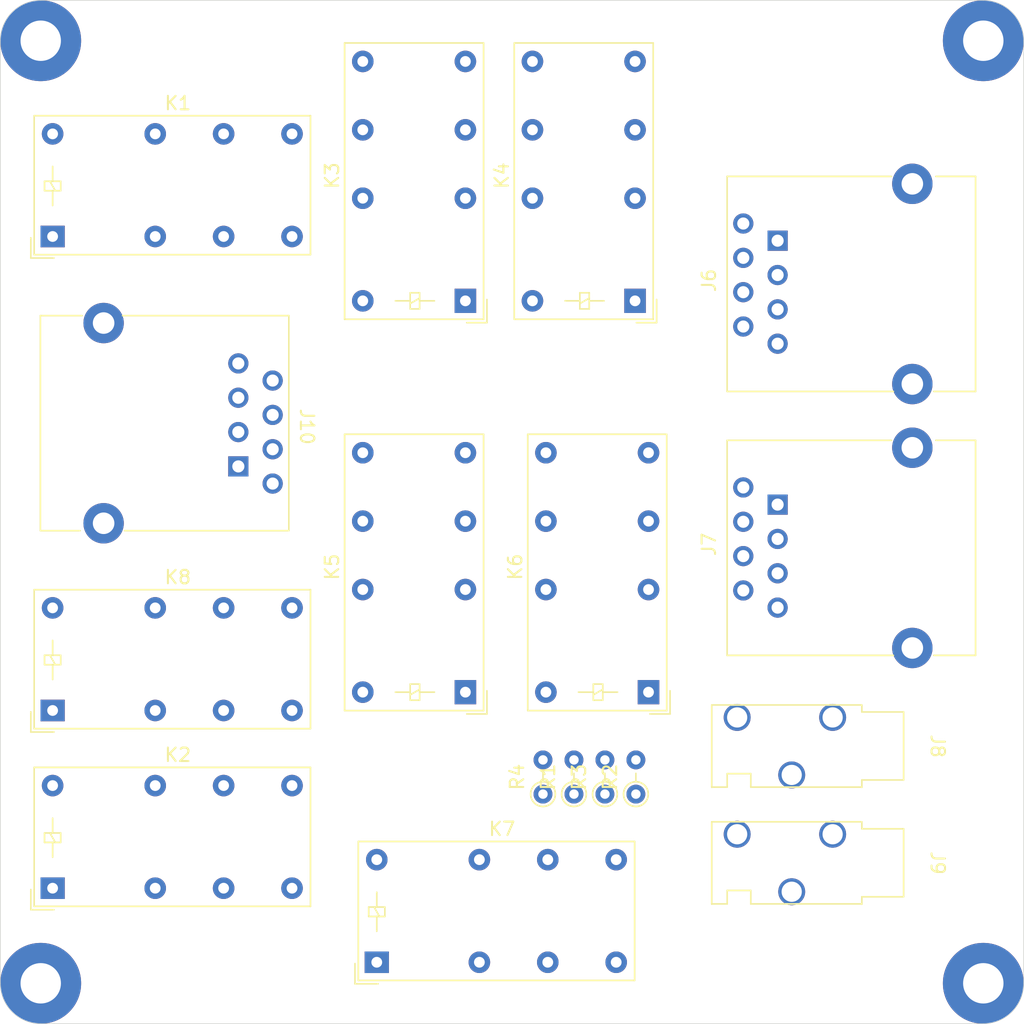
<source format=kicad_pcb>
(kicad_pcb (version 20211014) (generator pcbnew)
  (layers (0 "F.Cu" signal) (31 "B.Cu" signal) (34 "B.Paste" user) (35 "F.Paste" user) (36 "B.SilkS" user "B.Silkscreen") (37 "F.SilkS" user "F.Silkscreen") (38 "B.Mask" user) (39 "F.Mask" user) (44 "Edge.Cuts" user))
  (net 0 "")
  (footprint "libraries:Mystery_3.5mm" (layer "F.Cu") (at 163.76125 115.99 -90)
    (fp_text reference "J8" (at 0 -7.55 -90 unlocked) (layer "F.SilkS"))
    (fp_text value "D-700 EXT.SP 1")
    (fp_line (start -3.04 -1.92) (end -2.54 -1.92) (layer "F.SilkS") (width 0.12))
    (fp_line (start -2.54 -5.02) (end 2.51 -5.02) (layer "F.SilkS") (width 0.12))
    (fp_line (start -2.54 -1.92) (end -2.54 -5.02) (layer "F.SilkS") (width 0.12))
    (fp_line (start 3.04 6.33) (end 3.04 -1.92) (layer "F.SilkS") (width 0.12))
    (fp_line (start 3.04 9.23) (end 3.04 8.08) (layer "F.SilkS") (width 0.12))
    (fp_line (start 3.04 8.08) (end 2.04 8.08) (layer "F.SilkS") (width 0.12))
    (fp_line (start -3.06 -1.92) (end -3.06 9.23) (layer "F.SilkS") (width 0.12))
    (fp_line (start 2.51 -5.02) (end 2.51 -1.92) (layer "F.SilkS") (width 0.12))
    (fp_line (start 2.04 6.33) (end 3.04 6.33) (layer "F.SilkS") (width 0.12))
    (fp_line (start 2.04 8.08) (end 2.04 6.33) (layer "F.SilkS") (width 0.12))
    (fp_line (start 2.51 -1.92) (end 3.06 -1.92) (layer "F.SilkS") (width 0.12))
    (fp_line (start 3.06 9.23) (end -3.04 9.23) (layer "F.SilkS") (width 0.12))
    (pad "" np_thru_hole circle (at 0 0 270) (size 0.7 0.7) (drill 0.7) (layers F&B.Cu *.Mask))
    (pad "" np_thru_hole circle (at 0 5.79 270) (size 0.7 0.7) (drill 0.7) (layers F&B.Cu *.Mask))
    (pad "R" thru_hole circle (at 2.135 3.29 270) (size 2 2) (drill 1.5) (layers *.Cu *.Mask))
    (pad "S" thru_hole circle (at -2.135 0.25 270) (size 2 2) (drill 1.5) (layers *.Cu *.Mask))
    (pad "T" thru_hole circle (at -2.135 7.34 270) (size 2 2) (drill 1.5) (layers *.Cu *.Mask))
  )
  (footprint "libraries:Mystery_RJ45" (layer "F.Cu") (at 159.425 98.1 90)
    (fp_text reference "J7" (at -2.9 -5.1 90 unlocked) (layer "F.SilkS"))
    (fp_text value "TS-480 MIC")
    (fp_line (start -11.147 14.7) (end -11.147 11.6) (layer "F.SilkS") (width 0.12))
    (fp_line (start -11.147 -3.75) (end -11.147 8.6) (layer "F.SilkS") (width 0.12))
    (fp_line (start 4.823 -3.75) (end 4.823 8.45) (layer "F.SilkS") (width 0.12))
    (fp_line (start 4.823 14.7) (end 4.823 11.75) (layer "F.SilkS") (width 0.12))
    (fp_line (start 4.823 14.7) (end -11.147 14.7) (layer "F.SilkS") (width 0.12))
    (fp_line (start 4.823 -3.75) (end -11.147 -3.75) (layer "F.SilkS") (width 0.12))
    (pad "" np_thru_hole circle (at -8.692 7.27 90) (size 3.25 3.25) (drill 3.25) (layers F&B.Cu *.Mask))
    (pad "" np_thru_hole circle (at 2.368 7.27 90) (size 3.25 3.25) (drill 3.25) (layers F&B.Cu *.Mask))
    (pad "1" thru_hole rect (at 0.05 0 90) (size 1.5 1.5) (drill 0.9) (layers *.Cu *.Mask))
    (pad "2" thru_hole circle (at 1.325 -2.55 90) (size 1.5 1.5) (drill 0.9) (layers *.Cu *.Mask))
    (pad "3" thru_hole circle (at -2.5 0 90) (size 1.5 1.5) (drill 0.9) (layers *.Cu *.Mask))
    (pad "4" thru_hole circle (at -1.225 -2.55 90) (size 1.5 1.5) (drill 0.9) (layers *.Cu *.Mask))
    (pad "5" thru_hole circle (at -5.05 0 90) (size 1.5 1.5) (drill 0.9) (layers *.Cu *.Mask))
    (pad "6" thru_hole circle (at -3.775 -2.55 90) (size 1.5 1.5) (drill 0.9) (layers *.Cu *.Mask))
    (pad "7" thru_hole circle (at -7.6 0 90) (size 1.5 1.5) (drill 0.9) (layers *.Cu *.Mask))
    (pad "8" thru_hole circle (at -6.325 -2.55 90) (size 1.5 1.5) (drill 0.9) (layers *.Cu *.Mask))
    (pad "SH" thru_hole circle (at 4.273 10.005 90) (size 3 3) (drill 1.6) (layers *.Cu *.Mask))
    (pad "SH" thru_hole circle (at -10.597 10.005 90) (size 3 3) (drill 1.6) (layers *.Cu *.Mask))
  )
  (footprint "Relay_THT:Relay_DPDT_Finder_30.22" (layer "F.Cu") (at 136.2375 82.9175 90)
    (fp_text reference "K3" (at 9.3 -9.9 90) (layer "F.SilkS"))
    (fp_text value "FINDER-40.52")
    (fp_line (start -1.37 -8.97) (end 19.15 -8.97) (layer "F.SilkS") (width 0.12))
    (fp_line (start 0.6 -3.4) (end 0.6 -4.1) (layer "F.SilkS") (width 0.12))
    (fp_line (start -1.37 1.35) (end -1.37 -8.97) (layer "F.SilkS") (width 0.12))
    (fp_line (start 0.1 1.6) (end -1.62 1.6) (layer "F.SilkS") (width 0.12))
    (fp_line (start -0.6 -3.4) (end 0.6 -3.4) (layer "F.SilkS") (width 0.12))
    (fp_line (start 0.2 -3.4) (end -0.2 -4.1) (layer "F.SilkS") (width 0.12))
    (fp_line (start 19.15 1.35) (end -1.37 1.35) (layer "F.SilkS") (width 0.12))
    (fp_line (start -1.62 1.6) (end -1.62 0.1) (layer "F.SilkS") (width 0.12))
    (fp_line (start 19.15 -8.97) (end 19.15 1.35) (layer "F.SilkS") (width 0.12))
    (fp_line (start 0 -3.4) (end 0 -2.3) (layer "F.SilkS") (width 0.12))
    (fp_line (start -0.6 -4.1) (end -0.6 -3.4) (layer "F.SilkS") (width 0.12))
    (fp_line (start 0 -4.1) (end 0 -5.2) (layer "F.SilkS") (width 0.12))
    (fp_line (start 0.6 -4.1) (end -0.6 -4.1) (layer "F.SilkS") (width 0.12))
    (pad "11" thru_hole circle (at 7.62 0 180) (size 1.6 1.6) (drill 0.8) (layers *.Cu *.Mask))
    (pad "12" thru_hole circle (at 12.7 0 180) (size 1.6 1.6) (drill 0.8) (layers *.Cu *.Mask))
    (pad "14" thru_hole circle (at 17.78 0 180) (size 1.6 1.6) (drill 0.8) (layers *.Cu *.Mask))
    (pad "21" thru_hole circle (at 7.62 -7.62 180) (size 1.6 1.6) (drill 0.8) (layers *.Cu *.Mask))
    (pad "22" thru_hole circle (at 12.7 -7.62 180) (size 1.6 1.6) (drill 0.8) (layers *.Cu *.Mask))
    (pad "24" thru_hole circle (at 17.78 -7.62 270) (size 1.6 1.6) (drill 0.8) (layers *.Cu *.Mask))
    (pad "A1" thru_hole rect (at 0 0 180) (size 1.6 1.8) (drill 0.8) (layers *.Cu *.Mask))
    (pad "A2" thru_hole circle (at 0 -7.62 180) (size 1.6 1.6) (drill 0.8) (layers *.Cu *.Mask))
  )
  (footprint "Resistor_THT:R_Axial_DIN0204_L3.6mm_D1.6mm_P2.54mm_Vertical" (layer "F.Cu") (at 148.9 119.550119 90)
    (fp_text reference "R2" (at 1.27 -1.92 90) (layer "F.SilkS"))
    (fp_text value "3.9Ohm")
    (fp_line (start 0.92 0) (end 1.54 0) (layer "F.SilkS") (width 0.12))
    (fp_circle (center 0 0) (end 0.92 0) (layer "F.SilkS") (width 0.12) (fill none))
    (pad "1" thru_hole circle (at 0 0 90) (size 1.4 1.4) (drill 0.7) (layers *.Cu *.Mask))
    (pad "2" thru_hole oval (at 2.54 0 90) (size 1.4 1.4) (drill 0.7) (layers *.Cu *.Mask))
  )
  (footprint "libraries:Mystery_RJ45" (layer "F.Cu") (at 119.375 95.163 -90)
    (fp_text reference "J10" (at -2.9 -5.1 -90 unlocked) (layer "F.SilkS"))
    (fp_text value "External MIC IN")
    (fp_line (start 4.823 14.7) (end 4.823 11.75) (layer "F.SilkS") (width 0.12))
    (fp_line (start -11.147 14.7) (end -11.147 11.6) (layer "F.SilkS") (width 0.12))
    (fp_line (start 4.823 14.7) (end -11.147 14.7) (layer "F.SilkS") (width 0.12))
    (fp_line (start -11.147 -3.75) (end -11.147 8.6) (layer "F.SilkS") (width 0.12))
    (fp_line (start 4.823 -3.75) (end 4.823 8.45) (layer "F.SilkS") (width 0.12))
    (fp_line (start 4.823 -3.75) (end -11.147 -3.75) (layer "F.SilkS") (width 0.12))
    (pad "" np_thru_hole circle (at 2.368 7.27 270) (size 3.25 3.25) (drill 3.25) (layers F&B.Cu *.Mask))
    (pad "" np_thru_hole circle (at -8.692 7.27 270) (size 3.25 3.25) (drill 3.25) (layers F&B.Cu *.Mask))
    (pad "1" thru_hole rect (at 0.05 0 270) (size 1.5 1.5) (drill 0.9) (layers *.Cu *.Mask))
    (pad "2" thru_hole circle (at 1.325 -2.55 270) (size 1.5 1.5) (drill 0.9) (layers *.Cu *.Mask))
    (pad "3" thru_hole circle (at -2.5 0 270) (size 1.5 1.5) (drill 0.9) (layers *.Cu *.Mask))
    (pad "4" thru_hole circle (at -1.225 -2.55 270) (size 1.5 1.5) (drill 0.9) (layers *.Cu *.Mask))
    (pad "5" thru_hole circle (at -5.05 0 270) (size 1.5 1.5) (drill 0.9) (layers *.Cu *.Mask))
    (pad "6" thru_hole circle (at -3.775 -2.55 270) (size 1.5 1.5) (drill 0.9) (layers *.Cu *.Mask))
    (pad "7" thru_hole circle (at -7.6 0 270) (size 1.5 1.5) (drill 0.9) (layers *.Cu *.Mask))
    (pad "8" thru_hole circle (at -6.325 -2.55 270) (size 1.5 1.5) (drill 0.9) (layers *.Cu *.Mask))
    (pad "SH" thru_hole circle (at 4.273 10.005 270) (size 3 3) (drill 1.6) (layers *.Cu *.Mask))
    (pad "SH" thru_hole circle (at -10.597 10.005 270) (size 3 3) (drill 1.6) (layers *.Cu *.Mask))
  )
  (footprint "Resistor_THT:R_Axial_DIN0204_L3.6mm_D1.6mm_P2.54mm_Vertical" (layer "F.Cu") (at 144.3 119.550119 90)
    (fp_text reference "R1" (at 1.27 -1.92 90) (layer "F.SilkS"))
    (fp_text value "3.9Ohm")
    (fp_line (start 0.92 0) (end 1.54 0) (layer "F.SilkS") (width 0.12))
    (fp_circle (center 0 0) (end 0.92 0) (layer "F.SilkS") (width 0.12) (fill none))
    (pad "1" thru_hole circle (at 0 0 90) (size 1.4 1.4) (drill 0.7) (layers *.Cu *.Mask))
    (pad "2" thru_hole oval (at 2.54 0 90) (size 1.4 1.4) (drill 0.7) (layers *.Cu *.Mask))
  )
  (footprint "Resistor_THT:R_Axial_DIN0204_L3.6mm_D1.6mm_P2.54mm_Vertical" (layer "F.Cu") (at 146.6 119.550119 90)
    (fp_text reference "R3" (at 1.27 -1.92 90) (layer "F.SilkS"))
    (fp_text value "470Ohm")
    (fp_line (start 0.92 0) (end 1.54 0) (layer "F.SilkS") (width 0.12))
    (fp_circle (center 0 0) (end 0.92 0) (layer "F.SilkS") (width 0.12) (fill none))
    (pad "1" thru_hole circle (at 0 0 90) (size 1.4 1.4) (drill 0.7) (layers *.Cu *.Mask))
    (pad "2" thru_hole oval (at 2.54 0 90) (size 1.4 1.4) (drill 0.7) (layers *.Cu *.Mask))
  )
  (footprint "Relay_THT:Relay_DPDT_Finder_30.22" (layer "F.Cu") (at 149.8375 111.977738 90)
    (fp_text reference "K6" (at 9.3 -9.9 90) (layer "F.SilkS"))
    (fp_text value "FINDER-40.52")
    (fp_line (start -0.6 -3.4) (end 0.6 -3.4) (layer "F.SilkS") (width 0.12))
    (fp_line (start 0.1 1.6) (end -1.62 1.6) (layer "F.SilkS") (width 0.12))
    (fp_line (start 19.15 1.35) (end -1.37 1.35) (layer "F.SilkS") (width 0.12))
    (fp_line (start 0.6 -4.1) (end -0.6 -4.1) (layer "F.SilkS") (width 0.12))
    (fp_line (start 0.2 -3.4) (end -0.2 -4.1) (layer "F.SilkS") (width 0.12))
    (fp_line (start -0.6 -4.1) (end -0.6 -3.4) (layer "F.SilkS") (width 0.12))
    (fp_line (start -1.62 1.6) (end -1.62 0.1) (layer "F.SilkS") (width 0.12))
    (fp_line (start 0 -3.4) (end 0 -2.3) (layer "F.SilkS") (width 0.12))
    (fp_line (start -1.37 1.35) (end -1.37 -8.97) (layer "F.SilkS") (width 0.12))
    (fp_line (start -1.37 -8.97) (end 19.15 -8.97) (layer "F.SilkS") (width 0.12))
    (fp_line (start 0.6 -3.4) (end 0.6 -4.1) (layer "F.SilkS") (width 0.12))
    (fp_line (start 19.15 -8.97) (end 19.15 1.35) (layer "F.SilkS") (width 0.12))
    (fp_line (start 0 -4.1) (end 0 -5.2) (layer "F.SilkS") (width 0.12))
    (pad "11" thru_hole circle (at 7.62 0 180) (size 1.6 1.6) (drill 0.8) (layers *.Cu *.Mask))
    (pad "12" thru_hole circle (at 12.7 0 180) (size 1.6 1.6) (drill 0.8) (layers *.Cu *.Mask))
    (pad "14" thru_hole circle (at 17.78 0 180) (size 1.6 1.6) (drill 0.8) (layers *.Cu *.Mask))
    (pad "21" thru_hole circle (at 7.62 -7.62 180) (size 1.6 1.6) (drill 0.8) (layers *.Cu *.Mask))
    (pad "22" thru_hole circle (at 12.7 -7.62 180) (size 1.6 1.6) (drill 0.8) (layers *.Cu *.Mask))
    (pad "24" thru_hole circle (at 17.78 -7.62 270) (size 1.6 1.6) (drill 0.8) (layers *.Cu *.Mask))
    (pad "A1" thru_hole rect (at 0 0 180) (size 1.6 1.8) (drill 0.8) (layers *.Cu *.Mask))
    (pad "A2" thru_hole circle (at 0 -7.62 180) (size 1.6 1.6) (drill 0.8) (layers *.Cu *.Mask))
  )
  (footprint "Relay_THT:Relay_DPDT_Finder_30.22" (layer "F.Cu") (at 129.65625 132.0375)
    (fp_text reference "K7" (at 9.3 -9.9) (layer "F.SilkS"))
    (fp_text value "FINDER-40.52")
    (fp_line (start 19.15 1.35) (end -1.37 1.35) (layer "F.SilkS") (width 0.12))
    (fp_line (start 0.6 -4.1) (end -0.6 -4.1) (layer "F.SilkS") (width 0.12))
    (fp_line (start 0.2 -3.4) (end -0.2 -4.1) (layer "F.SilkS") (width 0.12))
    (fp_line (start -1.62 1.6) (end -1.62 0.1) (layer "F.SilkS") (width 0.12))
    (fp_line (start 0.1 1.6) (end -1.62 1.6) (layer "F.SilkS") (width 0.12))
    (fp_line (start -0.6 -4.1) (end -0.6 -3.4) (layer "F.SilkS") (width 0.12))
    (fp_line (start 0 -3.4) (end 0 -2.3) (layer "F.SilkS") (width 0.12))
    (fp_line (start 19.15 -8.97) (end 19.15 1.35) (layer "F.SilkS") (width 0.12))
    (fp_line (start -1.37 -8.97) (end 19.15 -8.97) (layer "F.SilkS") (width 0.12))
    (fp_line (start -0.6 -3.4) (end 0.6 -3.4) (layer "F.SilkS") (width 0.12))
    (fp_line (start 0.6 -3.4) (end 0.6 -4.1) (layer "F.SilkS") (width 0.12))
    (fp_line (start 0 -4.1) (end 0 -5.2) (layer "F.SilkS") (width 0.12))
    (fp_line (start -1.37 1.35) (end -1.37 -8.97) (layer "F.SilkS") (width 0.12))
    (pad "11" thru_hole circle (at 7.62 0 90) (size 1.6 1.6) (drill 0.8) (layers *.Cu *.Mask))
    (pad "12" thru_hole circle (at 12.7 0 90) (size 1.6 1.6) (drill 0.8) (layers *.Cu *.Mask))
    (pad "14" thru_hole circle (at 17.78 0 90) (size 1.6 1.6) (drill 0.8) (layers *.Cu *.Mask))
    (pad "21" thru_hole circle (at 7.62 -7.62 90) (size 1.6 1.6) (drill 0.8) (layers *.Cu *.Mask))
    (pad "22" thru_hole circle (at 12.7 -7.62 90) (size 1.6 1.6) (drill 0.8) (layers *.Cu *.Mask))
    (pad "24" thru_hole circle (at 17.78 -7.62 180) (size 1.6 1.6) (drill 0.8) (layers *.Cu *.Mask))
    (pad "A1" thru_hole rect (at 0 0 90) (size 1.6 1.8) (drill 0.8) (layers *.Cu *.Mask))
    (pad "A2" thru_hole circle (at 0 -7.62 90) (size 1.6 1.6) (drill 0.8) (layers *.Cu *.Mask))
  )
  (footprint "Resistor_THT:R_Axial_DIN0204_L3.6mm_D1.6mm_P2.54mm_Vertical" (layer "F.Cu") (at 142 119.550119 90)
    (fp_text reference "R4" (at 1.27 -1.92 90) (layer "F.SilkS"))
    (fp_text value "470Ohm")
    (fp_line (start 0.92 0) (end 1.54 0) (layer "F.SilkS") (width 0.12))
    (fp_circle (center 0 0) (end 0.92 0) (layer "F.SilkS") (width 0.12) (fill none))
    (pad "1" thru_hole circle (at 0 0 90) (size 1.4 1.4) (drill 0.7) (layers *.Cu *.Mask))
    (pad "2" thru_hole oval (at 2.54 0 90) (size 1.4 1.4) (drill 0.7) (layers *.Cu *.Mask))
  )
  (footprint "Relay_THT:Relay_DPDT_Finder_30.22" (layer "F.Cu") (at 148.8375 82.9175 90)
    (fp_text reference "K4" (at 9.3 -9.9 90) (layer "F.SilkS"))
    (fp_text value "FINDER-40.52")
    (fp_line (start 0.2 -3.4) (end -0.2 -4.1) (layer "F.SilkS") (width 0.12))
    (fp_line (start 0 -4.1) (end 0 -5.2) (layer "F.SilkS") (width 0.12))
    (fp_line (start 19.15 -8.97) (end 19.15 1.35) (layer "F.SilkS") (width 0.12))
    (fp_line (start 0.6 -4.1) (end -0.6 -4.1) (layer "F.SilkS") (width 0.12))
    (fp_line (start -1.37 1.35) (end -1.37 -8.97) (layer "F.SilkS") (width 0.12))
    (fp_line (start -0.6 -3.4) (end 0.6 -3.4) (layer "F.SilkS") (width 0.12))
    (fp_line (start 0 -3.4) (end 0 -2.3) (layer "F.SilkS") (width 0.12))
    (fp_line (start 19.15 1.35) (end -1.37 1.35) (layer "F.SilkS") (width 0.12))
    (fp_line (start -0.6 -4.1) (end -0.6 -3.4) (layer "F.SilkS") (width 0.12))
    (fp_line (start -1.62 1.6) (end -1.62 0.1) (layer "F.SilkS") (width 0.12))
    (fp_line (start 0.1 1.6) (end -1.62 1.6) (layer "F.SilkS") (width 0.12))
    (fp_line (start 0.6 -3.4) (end 0.6 -4.1) (layer "F.SilkS") (width 0.12))
    (fp_line (start -1.37 -8.97) (end 19.15 -8.97) (layer "F.SilkS") (width 0.12))
    (pad "11" thru_hole circle (at 7.62 0 180) (size 1.6 1.6) (drill 0.8) (layers *.Cu *.Mask))
    (pad "12" thru_hole circle (at 12.7 0 180) (size 1.6 1.6) (drill 0.8) (layers *.Cu *.Mask))
    (pad "14" thru_hole circle (at 17.78 0 180) (size 1.6 1.6) (drill 0.8) (layers *.Cu *.Mask))
    (pad "21" thru_hole circle (at 7.62 -7.62 180) (size 1.6 1.6) (drill 0.8) (layers *.Cu *.Mask))
    (pad "22" thru_hole circle (at 12.7 -7.62 180) (size 1.6 1.6) (drill 0.8) (layers *.Cu *.Mask))
    (pad "24" thru_hole circle (at 17.78 -7.62 270) (size 1.6 1.6) (drill 0.8) (layers *.Cu *.Mask))
    (pad "A1" thru_hole rect (at 0 0 180) (size 1.6 1.8) (drill 0.8) (layers *.Cu *.Mask))
    (pad "A2" thru_hole circle (at 0 -7.62 180) (size 1.6 1.6) (drill 0.8) (layers *.Cu *.Mask))
  )
  (footprint "Relay_THT:Relay_DPDT_Finder_30.22" (layer "F.Cu") (at 105.5825 113.339)
    (fp_text reference "K8" (at 9.3 -9.9) (layer "F.SilkS"))
    (fp_text value "FINDER-40.52")
    (fp_line (start 0.6 -3.4) (end 0.6 -4.1) (layer "F.SilkS") (width 0.12))
    (fp_line (start -1.37 -8.97) (end 19.15 -8.97) (layer "F.SilkS") (width 0.12))
    (fp_line (start 0.6 -4.1) (end -0.6 -4.1) (layer "F.SilkS") (width 0.12))
    (fp_line (start 0.1 1.6) (end -1.62 1.6) (layer "F.SilkS") (width 0.12))
    (fp_line (start 19.15 1.35) (end -1.37 1.35) (layer "F.SilkS") (width 0.12))
    (fp_line (start 0 -4.1) (end 0 -5.2) (layer "F.SilkS") (width 0.12))
    (fp_line (start 0.2 -3.4) (end -0.2 -4.1) (layer "F.SilkS") (width 0.12))
    (fp_line (start -1.37 1.35) (end -1.37 -8.97) (layer "F.SilkS") (width 0.12))
    (fp_line (start 19.15 -8.97) (end 19.15 1.35) (layer "F.SilkS") (width 0.12))
    (fp_line (start 0 -3.4) (end 0 -2.3) (layer "F.SilkS") (width 0.12))
    (fp_line (start -0.6 -3.4) (end 0.6 -3.4) (layer "F.SilkS") (width 0.12))
    (fp_line (start -0.6 -4.1) (end -0.6 -3.4) (layer "F.SilkS") (width 0.12))
    (fp_line (start -1.62 1.6) (end -1.62 0.1) (layer "F.SilkS") (width 0.12))
    (pad "11" thru_hole circle (at 7.62 0 90) (size 1.6 1.6) (drill 0.8) (layers *.Cu *.Mask))
    (pad "12" thru_hole circle (at 12.7 0 90) (size 1.6 1.6) (drill 0.8) (layers *.Cu *.Mask))
    (pad "14" thru_hole circle (at 17.78 0 90) (size 1.6 1.6) (drill 0.8) (layers *.Cu *.Mask))
    (pad "21" thru_hole circle (at 7.62 -7.62 90) (size 1.6 1.6) (drill 0.8) (layers *.Cu *.Mask))
    (pad "22" thru_hole circle (at 12.7 -7.62 90) (size 1.6 1.6) (drill 0.8) (layers *.Cu *.Mask))
    (pad "24" thru_hole circle (at 17.78 -7.62 180) (size 1.6 1.6) (drill 0.8) (layers *.Cu *.Mask))
    (pad "A1" thru_hole rect (at 0 0 90) (size 1.6 1.8) (drill 0.8) (layers *.Cu *.Mask))
    (pad "A2" thru_hole circle (at 0 -7.62 90) (size 1.6 1.6) (drill 0.8) (layers *.Cu *.Mask))
  )
  (footprint "libraries:Mystery_3.5mm" (layer "F.Cu") (at 163.76125 124.665 -90)
    (fp_text reference "J9" (at 0 -7.55 -90 unlocked) (layer "F.SilkS"))
    (fp_text value "TS-480 EXT.SP")
    (fp_line (start -3.04 -1.92) (end -2.54 -1.92) (layer "F.SilkS") (width 0.12))
    (fp_line (start 3.04 6.33) (end 3.04 -1.92) (layer "F.SilkS") (width 0.12))
    (fp_line (start 2.04 6.33) (end 3.04 6.33) (layer "F.SilkS") (width 0.12))
    (fp_line (start 2.04 8.08) (end 2.04 6.33) (layer "F.SilkS") (width 0.12))
    (fp_line (start 2.51 -5.02) (end 2.51 -1.92) (layer "F.SilkS") (width 0.12))
    (fp_line (start 3.04 8.08) (end 2.04 8.08) (layer "F.SilkS") (width 0.12))
    (fp_line (start -2.54 -5.02) (end 2.51 -5.02) (layer "F.SilkS") (width 0.12))
    (fp_line (start 3.04 9.23) (end 3.04 8.08) (layer "F.SilkS") (width 0.12))
    (fp_line (start 2.51 -1.92) (end 3.06 -1.92) (layer "F.SilkS") (width 0.12))
    (fp_line (start 3.06 9.23) (end -3.04 9.23) (layer "F.SilkS") (width 0.12))
    (fp_line (start -3.06 -1.92) (end -3.06 9.23) (layer "F.SilkS") (width 0.12))
    (fp_line (start -2.54 -1.92) (end -2.54 -5.02) (layer "F.SilkS") (width 0.12))
    (pad "" np_thru_hole circle (at 0 0 270) (size 0.7 0.7) (drill 0.7) (layers F&B.Cu *.Mask))
    (pad "" np_thru_hole circle (at 0 5.79 270) (size 0.7 0.7) (drill 0.7) (layers F&B.Cu *.Mask))
    (pad "R" thru_hole circle (at 2.135 3.29 270) (size 2 2) (drill 1.5) (layers *.Cu *.Mask))
    (pad "S" thru_hole circle (at -2.135 0.25 270) (size 2 2) (drill 1.5) (layers *.Cu *.Mask))
    (pad "T" thru_hole circle (at -2.135 7.34 270) (size 2 2) (drill 1.5) (layers *.Cu *.Mask))
  )
  (footprint "Relay_THT:Relay_DPDT_Finder_30.22" (layer "F.Cu") (at 105.5825 126.537)
    (fp_text reference "K2" (at 9.3 -9.9) (layer "F.SilkS"))
    (fp_text value "FINDER-40.52")
    (fp_line (start 0 -3.4) (end 0 -2.3) (layer "F.SilkS") (width 0.12))
    (fp_line (start -1.62 1.6) (end -1.62 0.1) (layer "F.SilkS") (width 0.12))
    (fp_line (start 19.15 -8.97) (end 19.15 1.35) (layer "F.SilkS") (width 0.12))
    (fp_line (start 19.15 1.35) (end -1.37 1.35) (layer "F.SilkS") (width 0.12))
    (fp_line (start -0.6 -4.1) (end -0.6 -3.4) (layer "F.SilkS") (width 0.12))
    (fp_line (start 0.6 -4.1) (end -0.6 -4.1) (layer "F.SilkS") (width 0.12))
    (fp_line (start -0.6 -3.4) (end 0.6 -3.4) (layer "F.SilkS") (width 0.12))
    (fp_line (start 0.6 -3.4) (end 0.6 -4.1) (layer "F.SilkS") (width 0.12))
    (fp_line (start -1.37 -8.97) (end 19.15 -8.97) (layer "F.SilkS") (width 0.12))
    (fp_line (start 0.1 1.6) (end -1.62 1.6) (layer "F.SilkS") (width 0.12))
    (fp_line (start -1.37 1.35) (end -1.37 -8.97) (layer "F.SilkS") (width 0.12))
    (fp_line (start 0.2 -3.4) (end -0.2 -4.1) (layer "F.SilkS") (width 0.12))
    (fp_line (start 0 -4.1) (end 0 -5.2) (layer "F.SilkS") (width 0.12))
    (pad "11" thru_hole circle (at 7.62 0 90) (size 1.6 1.6) (drill 0.8) (layers *.Cu *.Mask))
    (pad "12" thru_hole circle (at 12.7 0 90) (size 1.6 1.6) (drill 0.8) (layers *.Cu *.Mask))
    (pad "14" thru_hole circle (at 17.78 0 90) (size 1.6 1.6) (drill 0.8) (layers *.Cu *.Mask))
    (pad "21" thru_hole circle (at 7.62 -7.62 90) (size 1.6 1.6) (drill 0.8) (layers *.Cu *.Mask))
    (pad "22" thru_hole circle (at 12.7 -7.62 90) (size 1.6 1.6) (drill 0.8) (layers *.Cu *.Mask))
    (pad "24" thru_hole circle (at 17.78 -7.62 180) (size 1.6 1.6) (drill 0.8) (layers *.Cu *.Mask))
    (pad "A1" thru_hole rect (at 0 0 90) (size 1.6 1.8) (drill 0.8) (layers *.Cu *.Mask))
    (pad "A2" thru_hole circle (at 0 -7.62 90) (size 1.6 1.6) (drill 0.8) (layers *.Cu *.Mask))
  )
  (footprint "libraries:Mystery_RJ45" (layer "F.Cu") (at 159.425 78.5 90)
    (fp_text reference "J6" (at -2.9 -5.1 90 unlocked) (layer "F.SilkS"))
    (fp_text value "D-700 MIC")
    (fp_line (start 4.823 14.7) (end 4.823 11.75) (layer "F.SilkS") (width 0.12))
    (fp_line (start 4.823 14.7) (end -11.147 14.7) (layer "F.SilkS") (width 0.12))
    (fp_line (start -11.147 -3.75) (end -11.147 8.6) (layer "F.SilkS") (width 0.12))
    (fp_line (start -11.147 14.7) (end -11.147 11.6) (layer "F.SilkS") (width 0.12))
    (fp_line (start 4.823 -3.75) (end -11.147 -3.75) (layer "F.SilkS") (width 0.12))
    (fp_line (start 4.823 -3.75) (end 4.823 8.45) (layer "F.SilkS") (width 0.12))
    (pad "" np_thru_hole circle (at -8.692 7.27 90) (size 3.25 3.25) (drill 3.25) (layers F&B.Cu *.Mask))
    (pad "" np_thru_hole circle (at 2.368 7.27 90) (size 3.25 3.25) (drill 3.25) (layers F&B.Cu *.Mask))
    (pad "1" thru_hole rect (at 0.05 0 90) (size 1.5 1.5) (drill 0.9) (layers *.Cu *.Mask))
    (pad "2" thru_hole circle (at 1.325 -2.55 90) (size 1.5 1.5) (drill 0.9) (layers *.Cu *.Mask))
    (pad "3" thru_hole circle (at -2.5 0 90) (size 1.5 1.5) (drill 0.9) (layers *.Cu *.Mask))
    (pad "4" thru_hole circle (at -1.225 -2.55 90) (size 1.5 1.5) (drill 0.9) (layers *.Cu *.Mask))
    (pad "5" thru_hole circle (at -5.05 0 90) (size 1.5 1.5) (drill 0.9) (layers *.Cu *.Mask))
    (pad "6" thru_hole circle (at -3.775 -2.55 90) (size 1.5 1.5) (drill 0.9) (layers *.Cu *.Mask))
    (pad "7" thru_hole circle (at -7.6 0 90) (size 1.5 1.5) (drill 0.9) (layers *.Cu *.Mask))
    (pad "8" thru_hole circle (at -6.325 -2.55 90) (size 1.5 1.5) (drill 0.9) (layers *.Cu *.Mask))
    (pad "SH" thru_hole circle (at 4.273 10.005 90) (size 3 3) (drill 1.6) (layers *.Cu *.Mask))
    (pad "SH" thru_hole circle (at -10.597 10.005 90) (size 3 3) (drill 1.6) (layers *.Cu *.Mask))
  )
  (footprint "Relay_THT:Relay_DPDT_Finder_30.22" (layer "F.Cu") (at 105.5825 78.138)
    (fp_text reference "K1" (at 9.3 -9.9) (layer "F.SilkS"))
    (fp_text value "FINDER-40.52")
    (fp_line (start -1.37 1.35) (end -1.37 -8.97) (layer "F.SilkS") (width 0.12))
    (fp_line (start -0.6 -3.4) (end 0.6 -3.4) (layer "F.SilkS") (width 0.12))
    (fp_line (start 0.6 -4.1) (end -0.6 -4.1) (layer "F.SilkS") (width 0.12))
    (fp_line (start -1.37 -8.97) (end 19.15 -8.97) (layer "F.SilkS") (width 0.12))
    (fp_line (start 0 -4.1) (end 0 -5.2) (layer "F.SilkS") (width 0.12))
    (fp_line (start 0.2 -3.4) (end -0.2 -4.1) (layer "F.SilkS") (width 0.12))
    (fp_line (start 0 -3.4) (end 0 -2.3) (layer "F.SilkS") (width 0.12))
    (fp_line (start -1.62 1.6) (end -1.62 0.1) (layer "F.SilkS") (width 0.12))
    (fp_line (start -0.6 -4.1) (end -0.6 -3.4) (layer "F.SilkS") (width 0.12))
    (fp_line (start 0.1 1.6) (end -1.62 1.6) (layer "F.SilkS") (width 0.12))
    (fp_line (start 19.15 1.35) (end -1.37 1.35) (layer "F.SilkS") (width 0.12))
    (fp_line (start 0.6 -3.4) (end 0.6 -4.1) (layer "F.SilkS") (width 0.12))
    (fp_line (start 19.15 -8.97) (end 19.15 1.35) (layer "F.SilkS") (width 0.12))
    (pad "11" thru_hole circle (at 7.62 0 90) (size 1.6 1.6) (drill 0.8) (layers *.Cu *.Mask))
    (pad "12" thru_hole circle (at 12.7 0 90) (size 1.6 1.6) (drill 0.8) (layers *.Cu *.Mask))
    (pad "14" thru_hole circle (at 17.78 0 90) (size 1.6 1.6) (drill 0.8) (layers *.Cu *.Mask))
    (pad "21" thru_hole circle (at 7.62 -7.62 90) (size 1.6 1.6) (drill 0.8) (layers *.Cu *.Mask))
    (pad "22" thru_hole circle (at 12.7 -7.62 90) (size 1.6 1.6) (drill 0.8) (layers *.Cu *.Mask))
    (pad "24" thru_hole circle (at 17.78 -7.62 180) (size 1.6 1.6) (drill 0.8) (layers *.Cu *.Mask))
    (pad "A1" thru_hole rect (at 0 0 90) (size 1.6 1.8) (drill 0.8) (layers *.Cu *.Mask))
    (pad "A2" thru_hole circle (at 0 -7.62 90) (size 1.6 1.6) (drill 0.8) (layers *.Cu *.Mask))
  )
  (footprint "Relay_THT:Relay_DPDT_Finder_30.22" (layer "F.Cu") (at 136.2375 111.977738 90)
    (fp_text reference "K5" (at 9.3 -9.9 90) (layer "F.SilkS"))
    (fp_text value "FINDER-40.52")
    (fp_line (start -1.62 1.6) (end -1.62 0.1) (layer "F.SilkS") (width 0.12))
    (fp_line (start 19.15 -8.97) (end 19.15 1.35) (layer "F.SilkS") (width 0.12))
    (fp_line (start 0.6 -3.4) (end 0.6 -4.1) (layer "F.SilkS") (width 0.12))
    (fp_line (start -0.6 -4.1) (end -0.6 -3.4) (layer "F.SilkS") (width 0.12))
    (fp_line (start 0.1 1.6) (end -1.62 1.6) (layer "F.SilkS") (width 0.12))
    (fp_line (start -0.6 -3.4) (end 0.6 -3.4) (layer "F.SilkS") (width 0.12))
    (fp_line (start 0.2 -3.4) (end -0.2 -4.1) (layer "F.SilkS") (width 0.12))
    (fp_line (start 0 -3.4) (end 0 -2.3) (layer "F.SilkS") (width 0.12))
    (fp_line (start -1.37 1.35) (end -1.37 -8.97) (layer "F.SilkS") (width 0.12))
    (fp_line (start -1.37 -8.97) (end 19.15 -8.97) (layer "F.SilkS") (width 0.12))
    (fp_line (start 0 -4.1) (end 0 -5.2) (layer "F.SilkS") (width 0.12))
    (fp_line (start 0.6 -4.1) (end -0.6 -4.1) (layer "F.SilkS") (width 0.12))
    (fp_line (start 19.15 1.35) (end -1.37 1.35) (layer "F.SilkS") (width 0.12))
    (pad "11" thru_hole circle (at 7.62 0 180) (size 1.6 1.6) (drill 0.8) (layers *.Cu *.Mask))
    (pad "12" thru_hole circle (at 12.7 0 180) (size 1.6 1.6) (drill 0.8) (layers *.Cu *.Mask))
    (pad "14" thru_hole circle (at 17.78 0 180) (size 1.6 1.6) (drill 0.8) (layers *.Cu *.Mask))
    (pad "21" thru_hole circle (at 7.62 -7.62 180) (size 1.6 1.6) (drill 0.8) (layers *.Cu *.Mask))
    (pad "22" thru_hole circle (at 12.7 -7.62 180) (size 1.6 1.6) (drill 0.8) (layers *.Cu *.Mask))
    (pad "24" thru_hole circle (at 17.78 -7.62 270) (size 1.6 1.6) (drill 0.8) (layers *.Cu *.Mask))
    (pad "A1" thru_hole rect (at 0 0 180) (size 1.6 1.8) (drill 0.8) (layers *.Cu *.Mask))
    (pad "A2" thru_hole circle (at 0 -7.62 180) (size 1.6 1.6) (drill 0.8) (layers *.Cu *.Mask))
  )
  (footprint "" (layer "B.Cu") (at 174.7 133.6 180)
    (fp_text reference "H4" (at 0 0) (layer "B.SilkS") (effects (font (size 1.27 1.27)) (justify mirror)))
    (fp_text value "MountingHole_Pad" hide)
    (pad "1" thru_hole circle (at 0 0 180) (size 6 6) (drill 3) (layers *.Cu *.Mask))
  )
  (footprint "" (layer "B.Cu") (at 174.7 63.6 180)
    (fp_text reference "H1" (at 0 0) (layer "B.SilkS") (effects (font (size 1.27 1.27)) (justify mirror)))
    (fp_text value "MountingHole_Pad" hide)
    (pad "1" thru_hole circle (at 0 0 180) (size 6 6) (drill 3) (layers *.Cu *.Mask))
  )
  (footprint "" (layer "B.Cu") (at 104.7 63.6 180)
    (fp_text reference "H2" (at 0 0) (layer "B.SilkS") (effects (font (size 1.27 1.27)) (justify mirror)))
    (fp_text value "MountingHole_Pad" hide)
    (pad "1" thru_hole circle (at 0 0 180) (size 6 6) (drill 3) (layers *.Cu *.Mask))
  )
  (footprint "" (layer "B.Cu") (at 104.7 133.6 180)
    (fp_text reference "H3" (at 0 0) (layer "B.SilkS") (effects (font (size 1.27 1.27)) (justify mirror)))
    (fp_text value "MountingHole_Pad" hide)
    (pad "1" thru_hole circle (at 0 0 180) (size 6 6) (drill 3) (layers *.Cu *.Mask))
  )
  (gr_line (start 174.7 60.6) (end 104.7 60.6) (layer "Edge.Cuts") (width 0.05))
  (gr_arc (start 174.7 60.6) (mid 176.82132 61.47868) (end 177.7 63.6) (layer "Edge.Cuts") (width 0.05))
  (gr_arc (start 104.7 136.6) (mid 102.57868 135.72132) (end 101.7 133.6) (layer "Edge.Cuts") (width 0.05))
  (gr_line (start 177.7 133.6) (end 177.7 63.6) (layer "Edge.Cuts") (width 0.05))
  (gr_arc (start 177.7 133.6) (mid 176.82132 135.72132) (end 174.7 136.6) (layer "Edge.Cuts") (width 0.05))
  (gr_line (start 101.7 63.6) (end 101.7 133.6) (layer "Edge.Cuts") (width 0.05))
  (gr_line (start 104.7 136.6) (end 174.7 136.6) (layer "Edge.Cuts") (width 0.05))
  (gr_arc (start 101.7 63.6) (mid 102.57868 61.47868) (end 104.7 60.6) (layer "Edge.Cuts") (width 0.05))
)
</source>
